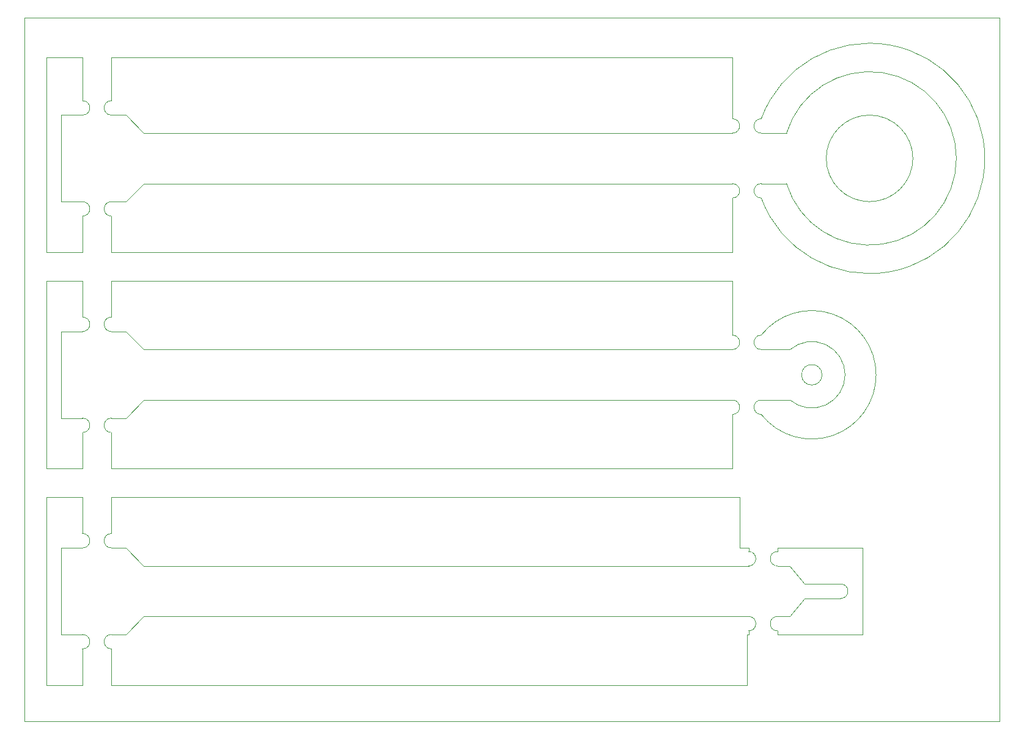
<source format=gm1>
G04 #@! TF.GenerationSoftware,KiCad,Pcbnew,(6.0.1)*
G04 #@! TF.CreationDate,2023-07-16T14:40:23+02:00*
G04 #@! TF.ProjectId,panel,70616e65-6c2e-46b6-9963-61645f706362,rev?*
G04 #@! TF.SameCoordinates,Original*
G04 #@! TF.FileFunction,Profile,NP*
%FSLAX46Y46*%
G04 Gerber Fmt 4.6, Leading zero omitted, Abs format (unit mm)*
G04 Created by KiCad (PCBNEW (6.0.1)) date 2023-07-16 14:40:23*
%MOMM*%
%LPD*%
G01*
G04 APERTURE LIST*
G04 #@! TA.AperFunction,Profile*
%ADD10C,0.100000*%
G04 #@! TD*
G04 APERTURE END LIST*
D10*
X171000000Y-94500000D02*
G75*
G03*
X171000000Y-87500000I3000000J3500000D01*
G01*
X170000000Y-115000000D02*
X181000000Y-115000000D01*
X79000000Y-97000000D02*
X81500000Y-94500000D01*
X163000000Y-78000000D02*
X77000000Y-78000000D01*
X171000000Y-124500000D02*
X173000000Y-122000000D01*
X169250000Y-115000000D02*
X169250000Y-115500000D01*
X165250000Y-127000000D02*
X165000000Y-127000000D01*
X73000000Y-115000000D02*
X70000000Y-115000000D01*
X170500000Y-64500000D02*
G75*
G03*
X170500000Y-57500000I11500005J3500000D01*
G01*
X79000000Y-127000000D02*
X81500000Y-124500000D01*
X163000000Y-47000000D02*
X77000000Y-47000000D01*
X77000000Y-127000000D02*
G75*
G03*
X77000000Y-129000000I0J-1000000D01*
G01*
X165250000Y-124500000D02*
X81500000Y-124500000D01*
X171000000Y-117500000D02*
X173000000Y-120000000D01*
X165250000Y-115000000D02*
X165000000Y-115000000D01*
X68000000Y-47000000D02*
X73000000Y-47000000D01*
X79000000Y-67000000D02*
X81500000Y-64500000D01*
X163000000Y-87500000D02*
G75*
G03*
X163000000Y-85500000I0J1000000D01*
G01*
X73000000Y-129000000D02*
G75*
G03*
X73000000Y-127000000I0J1000000D01*
G01*
X77000000Y-99000000D02*
X77000000Y-104000000D01*
X165000000Y-134000000D02*
X165000000Y-127000000D01*
X163000000Y-94500000D02*
X81500000Y-94500000D01*
X73000000Y-134000000D02*
X68000000Y-134000000D01*
X77000000Y-83000000D02*
G75*
G03*
X77000000Y-85000000I0J-1000000D01*
G01*
X165250000Y-117500000D02*
G75*
G03*
X165250000Y-115500000I0J1000000D01*
G01*
X167000000Y-96500000D02*
G75*
G03*
X167000001Y-85500001I7001818J5499999D01*
G01*
X169250000Y-124500000D02*
G75*
G03*
X169250000Y-126500000I0J-1000000D01*
G01*
X68000000Y-104000000D02*
X73000000Y-104000000D01*
X73000000Y-53000000D02*
X73000000Y-47000000D01*
X79000000Y-97000000D02*
X77000000Y-97000000D01*
X169250000Y-115500000D02*
G75*
G03*
X169250000Y-117500000I0J-1000000D01*
G01*
X165250000Y-126500000D02*
G75*
G03*
X165250000Y-124500000I0J1000000D01*
G01*
X181000000Y-115000000D02*
X181000000Y-127000000D01*
X77000000Y-108000000D02*
X77000000Y-113000000D01*
X163000000Y-104000000D02*
X163000000Y-96500000D01*
X81500000Y-117500000D02*
X79000000Y-115000000D01*
X77000000Y-78000000D02*
X77000000Y-83000000D01*
X79000000Y-67000000D02*
X77000000Y-67000000D01*
X181000000Y-127000000D02*
X170000000Y-127000000D01*
X73000000Y-78000000D02*
X68000000Y-78000000D01*
X164000000Y-108000000D02*
X77000000Y-108000000D01*
X167000000Y-64500000D02*
X170500000Y-64500000D01*
X167000000Y-87500000D02*
X171000000Y-87500000D01*
X73000000Y-99000000D02*
G75*
G03*
X73000000Y-97000000I0J1000000D01*
G01*
X163000000Y-55500000D02*
X163000000Y-47000000D01*
X70000000Y-55000000D02*
X70000000Y-67000000D01*
X81500000Y-87500000D02*
X79000000Y-85000000D01*
X73000000Y-55000000D02*
G75*
G03*
X73000000Y-53000000I0J1000000D01*
G01*
X167000000Y-85500000D02*
G75*
G03*
X167000000Y-87500000I0J-1000000D01*
G01*
X68000000Y-134000000D02*
X68000000Y-108000000D01*
X68000000Y-74000000D02*
X68000000Y-47000000D01*
X73000000Y-85000000D02*
G75*
G03*
X73000000Y-83000000I0J1000000D01*
G01*
X169250000Y-127000000D02*
X170000000Y-127000000D01*
X77000000Y-53000000D02*
G75*
G03*
X77000000Y-55000000I0J-1000000D01*
G01*
X175414214Y-91000000D02*
G75*
G03*
X175414214Y-91000000I-1414214J0D01*
G01*
X163000000Y-64500000D02*
X81500000Y-64500000D01*
X79000000Y-115000000D02*
X77000000Y-115000000D01*
X167000000Y-64500000D02*
G75*
G03*
X167000000Y-66500000I0J-1000000D01*
G01*
X70000000Y-85000000D02*
X70000000Y-97000000D01*
X70000000Y-97000000D02*
X73000000Y-97000000D01*
X169250000Y-126500000D02*
X169250000Y-127000000D01*
X77000000Y-74000000D02*
X163000000Y-74000000D01*
X165250000Y-115500000D02*
X165250000Y-115000000D01*
X178000000Y-122000000D02*
X173000000Y-122000000D01*
X167000000Y-66500000D02*
G75*
G03*
X167000000Y-55500000I14988913J5500000D01*
G01*
X73000000Y-108000000D02*
X73000000Y-113000000D01*
X167000000Y-55500000D02*
G75*
G03*
X167000000Y-57500000I0J-1000000D01*
G01*
X79000000Y-127000000D02*
X77000000Y-127000000D01*
X164000000Y-115000000D02*
X164000000Y-108000000D01*
X70000000Y-67000000D02*
X73000000Y-67000000D01*
X163000000Y-96500000D02*
G75*
G03*
X163000000Y-94500000I0J1000000D01*
G01*
X73000000Y-69000000D02*
X73000000Y-74000000D01*
X167000000Y-94500000D02*
G75*
G03*
X167000000Y-96500000I0J-1000000D01*
G01*
X81500000Y-57500000D02*
X79000000Y-55000000D01*
X77000000Y-53000000D02*
X77000000Y-47000000D01*
X73000000Y-129000000D02*
X73000000Y-134000000D01*
X73000000Y-85000000D02*
X70000000Y-85000000D01*
X173000000Y-120000000D02*
X178000000Y-120000000D01*
X77000000Y-69000000D02*
X77000000Y-74000000D01*
X163000000Y-57500000D02*
X81500000Y-57500000D01*
X68000000Y-78000000D02*
X68000000Y-104000000D01*
X77000000Y-129000000D02*
X77000000Y-134000000D01*
X70000000Y-115000000D02*
X70000000Y-127000000D01*
X163000000Y-87500000D02*
X81500000Y-87500000D01*
X163000000Y-85500000D02*
X163000000Y-78000000D01*
X77000000Y-97000000D02*
G75*
G03*
X77000000Y-99000000I0J-1000000D01*
G01*
X163000000Y-66500000D02*
G75*
G03*
X163000000Y-64500000I0J1000000D01*
G01*
X73000000Y-69000000D02*
G75*
G03*
X73000000Y-67000000I0J1000000D01*
G01*
X165000000Y-115000000D02*
X164000000Y-115000000D01*
X163000000Y-74000000D02*
X163000000Y-66500000D01*
X188000000Y-61000000D02*
G75*
G03*
X188000000Y-61000000I-6000000J0D01*
G01*
X73000000Y-104000000D02*
X73000000Y-99000000D01*
X70000000Y-55000000D02*
X73000000Y-55000000D01*
X169250000Y-117500000D02*
X171000000Y-117500000D01*
X167000000Y-94500000D02*
X171000000Y-94500000D01*
X77000000Y-67000000D02*
G75*
G03*
X77000000Y-69000000I0J-1000000D01*
G01*
X170000000Y-115000000D02*
X169250000Y-115000000D01*
X79000000Y-55000000D02*
X77000000Y-55000000D01*
X73000000Y-74000000D02*
X68000000Y-74000000D01*
X77000000Y-104000000D02*
X163000000Y-104000000D01*
X68000000Y-108000000D02*
X73000000Y-108000000D01*
X79000000Y-85000000D02*
X77000000Y-85000000D01*
X167000000Y-57500000D02*
X170500000Y-57500000D01*
X73000000Y-83000000D02*
X73000000Y-78000000D01*
X65000000Y-41500000D02*
X200000000Y-41500000D01*
X200000000Y-41500000D02*
X200000000Y-139000000D01*
X200000000Y-139000000D02*
X65000000Y-139000000D01*
X65000000Y-139000000D02*
X65000000Y-41500000D01*
X169250000Y-124500000D02*
X171000000Y-124500000D01*
X165250000Y-117500000D02*
X81500000Y-117500000D01*
X165250000Y-126500000D02*
X165250000Y-127000000D01*
X77000000Y-113000000D02*
G75*
G03*
X77000000Y-115000000I0J-1000000D01*
G01*
X73000000Y-115000000D02*
G75*
G03*
X73000000Y-113000000I0J1000000D01*
G01*
X178000000Y-122000000D02*
G75*
G03*
X178000000Y-120000000I0J1000000D01*
G01*
X70000000Y-127000000D02*
X73000000Y-127000000D01*
X77000000Y-134000000D02*
X165000000Y-134000000D01*
X163000000Y-57500000D02*
G75*
G03*
X163000000Y-55500000I0J1000000D01*
G01*
M02*

</source>
